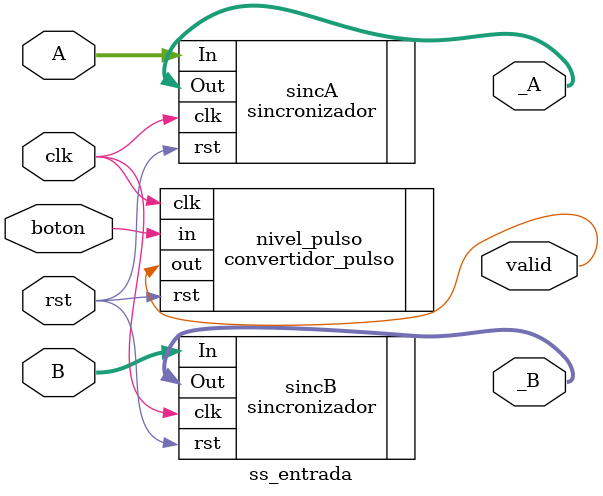
<source format=sv>
module ss_entrada(
	input logic clk,
	input logic rst,	

	input logic [3:0] A,
	input logic [3:0] B,
	input logic boton,
	
	output logic valid,
	output logic [3:0] _A,
	output logic [3:0] _B	
);

sincronizador sincA (
	.rst(rst),
	.clk(clk),
	.In(A),
	.Out(_A) 
);

sincronizador sincB (
	.rst(rst),
	.clk(clk),
	.In(B),
	.Out(_B) 
);

convertidor_pulso nivel_pulso(
	.clk(clk),
	.rst(rst),	

	.in(boton),
	.out(valid)
);
endmodule

</source>
